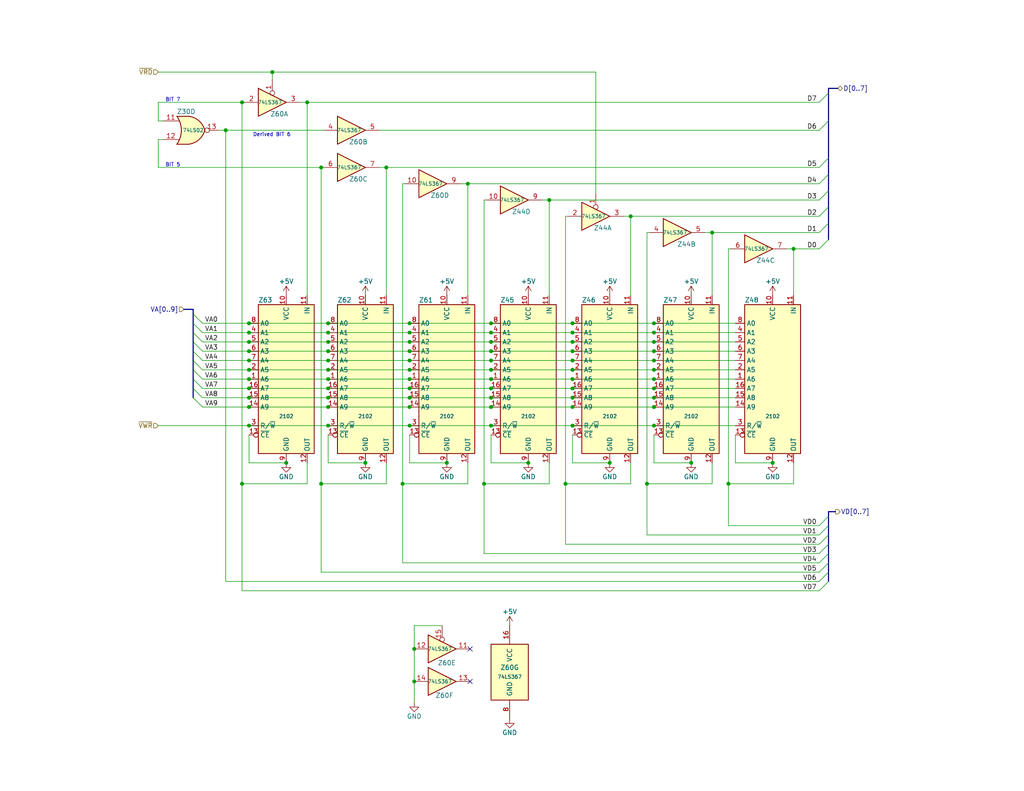
<source format=kicad_sch>
(kicad_sch (version 20231120) (generator "eeschema") (generator_version "8.0")
  (paper "USLetter")
  (title_block (title "TRS-80 Model I Rev A") (date "2024-11-20") (rev "E1A-A") (company "RetroStack - Marcel Erz") (comment 2 "Video RAM circuit with data-bus gating & bit-6 recovery") (comment 4 "Video RAM & Gating"))
  (lib_symbols
    (symbol "74xx:74LS02" (pin_names (offset 1.016))
      (property "Reference" "U" (at 0 1.27 0))
      (property "Value" "74LS02" (at 0 -1.27 0))
      (symbol "74LS02_1_1"
        (arc (start -3.81 -3.81) (mid -2.589 0) (end -3.81 3.81) (stroke (width 0.254)))
        (arc (start -0.6096 -3.81) (mid 2.1842 -2.5851) (end 3.81 0) (stroke (width 0.254)) (fill (type background)))
        (polyline (pts (xy -3.81 -3.81) (xy -0.635 -3.81)) (stroke (width 0.254)) (fill (type background)))
        (polyline (pts (xy -3.81 3.81) (xy -0.635 3.81)) (stroke (width 0.254)) (fill (type background)))
        (polyline (pts (xy -0.635 3.81) (xy -3.81 3.81) (xy -3.81 3.81) (xy -3.556 3.4036) (xy -3.0226 2.2606) (xy -2.6924 1.0414) (xy -2.6162 -0.254) (xy -2.7686 -1.4986) (xy -3.175 -2.7178) (xy -3.81 -3.81) (xy -3.81 -3.81) (xy -0.635 -3.81)) (stroke (width -25.4)) (fill (type background)))
        (arc (start 3.81 0) (mid 2.1915 2.5936) (end -0.6096 3.81) (stroke (width 0.254)) (fill (type background)))
        (pin output inverted (at 7.62 0 180) (length 3.81) (name "~") (number "1"))
        (pin input line (at -7.62 2.54 0) (length 4.318) (name "~") (number "2"))
        (pin input line (at -7.62 -2.54 0) (length 4.318) (name "~") (number "3"))
      )
      (symbol "74LS02_1_2"
        (arc (start 0 -3.81) (mid 3.7934 0) (end 0 3.81) (stroke (width 0.254)) (fill (type background)))
        (polyline (pts (xy 0 3.81) (xy -3.81 3.81) (xy -3.81 -3.81) (xy 0 -3.81)) (stroke (width 0.254)) (fill (type background)))
        (pin output line (at 7.62 0 180) (length 3.81) (name "~") (number "1"))
        (pin input inverted (at -7.62 2.54 0) (length 3.81) (name "~") (number "2"))
        (pin input inverted (at -7.62 -2.54 0) (length 3.81) (name "~") (number "3"))
      )
      (symbol "74LS02_2_1"
        (arc (start -3.81 -3.81) (mid -2.589 0) (end -3.81 3.81) (stroke (width 0.254)))
        (arc (start -0.6096 -3.81) (mid 2.1842 -2.5851) (end 3.81 0) (stroke (width 0.254)) (fill (type background)))
        (polyline (pts (xy -3.81 -3.81) (xy -0.635 -3.81)) (stroke (width 0.254)) (fill (type background)))
        (polyline (pts (xy -3.81 3.81) (xy -0.635 3.81)) (stroke (width 0.254)) (fill (type background)))
        (polyline (pts (xy -0.635 3.81) (xy -3.81 3.81) (xy -3.81 3.81) (xy -3.556 3.4036) (xy -3.0226 2.2606) (xy -2.6924 1.0414) (xy -2.6162 -0.254) (xy -2.7686 -1.4986) (xy -3.175 -2.7178) (xy -3.81 -3.81) (xy -3.81 -3.81) (xy -0.635 -3.81)) (stroke (width -25.4)) (fill (type background)))
        (arc (start 3.81 0) (mid 2.1915 2.5936) (end -0.6096 3.81) (stroke (width 0.254)) (fill (type background)))
        (pin output inverted (at 7.62 0 180) (length 3.81) (name "~") (number "4"))
        (pin input line (at -7.62 2.54 0) (length 4.318) (name "~") (number "5"))
        (pin input line (at -7.62 -2.54 0) (length 4.318) (name "~") (number "6"))
      )
      (symbol "74LS02_2_2"
        (arc (start 0 -3.81) (mid 3.7934 0) (end 0 3.81) (stroke (width 0.254)) (fill (type background)))
        (polyline (pts (xy 0 3.81) (xy -3.81 3.81) (xy -3.81 -3.81) (xy 0 -3.81)) (stroke (width 0.254)) (fill (type background)))
        (pin output line (at 7.62 0 180) (length 3.81) (name "~") (number "4"))
        (pin input inverted (at -7.62 2.54 0) (length 3.81) (name "~") (number "5"))
        (pin input inverted (at -7.62 -2.54 0) (length 3.81) (name "~") (number "6"))
      )
      (symbol "74LS02_3_1"
        (arc (start -3.81 -3.81) (mid -2.589 0) (end -3.81 3.81) (stroke (width 0.254)))
        (arc (start -0.6096 -3.81) (mid 2.1842 -2.5851) (end 3.81 0) (stroke (width 0.254)) (fill (type background)))
        (polyline (pts (xy -3.81 -3.81) (xy -0.635 -3.81)) (stroke (width 0.254)) (fill (type background)))
        (polyline (pts (xy -3.81 3.81) (xy -0.635 3.81)) (stroke (width 0.254)) (fill (type background)))
        (polyline (pts (xy -0.635 3.81) (xy -3.81 3.81) (xy -3.81 3.81) (xy -3.556 3.4036) (xy -3.0226 2.2606) (xy -2.6924 1.0414) (xy -2.6162 -0.254) (xy -2.7686 -1.4986) (xy -3.175 -2.7178) (xy -3.81 -3.81) (xy -3.81 -3.81) (xy -0.635 -3.81)) (stroke (width -25.4)) (fill (type background)))
        (arc (start 3.81 0) (mid 2.1915 2.5936) (end -0.6096 3.81) (stroke (width 0.254)) (fill (type background)))
        (pin output inverted (at 7.62 0 180) (length 3.81) (name "~") (number "10"))
        (pin input line (at -7.62 2.54 0) (length 4.318) (name "~") (number "8"))
        (pin input line (at -7.62 -2.54 0) (length 4.318) (name "~") (number "9"))
      )
      (symbol "74LS02_3_2"
        (arc (start 0 -3.81) (mid 3.7934 0) (end 0 3.81) (stroke (width 0.254)) (fill (type background)))
        (polyline (pts (xy 0 3.81) (xy -3.81 3.81) (xy -3.81 -3.81) (xy 0 -3.81)) (stroke (width 0.254)) (fill (type background)))
        (pin output line (at 7.62 0 180) (length 3.81) (name "~") (number "10"))
        (pin input inverted (at -7.62 2.54 0) (length 3.81) (name "~") (number "8"))
        (pin input inverted (at -7.62 -2.54 0) (length 3.81) (name "~") (number "9"))
      )
      (symbol "74LS02_4_1"
        (arc (start -3.81 -3.81) (mid -2.589 0) (end -3.81 3.81) (stroke (width 0.254)))
        (arc (start -0.6096 -3.81) (mid 2.1842 -2.5851) (end 3.81 0) (stroke (width 0.254)) (fill (type background)))
        (polyline (pts (xy -3.81 -3.81) (xy -0.635 -3.81)) (stroke (width 0.254)) (fill (type background)))
        (polyline (pts (xy -3.81 3.81) (xy -0.635 3.81)) (stroke (width 0.254)) (fill (type background)))
        (polyline (pts (xy -0.635 3.81) (xy -3.81 3.81) (xy -3.81 3.81) (xy -3.556 3.4036) (xy -3.0226 2.2606) (xy -2.6924 1.0414) (xy -2.6162 -0.254) (xy -2.7686 -1.4986) (xy -3.175 -2.7178) (xy -3.81 -3.81) (xy -3.81 -3.81) (xy -0.635 -3.81)) (stroke (width -25.4)) (fill (type background)))
        (arc (start 3.81 0) (mid 2.1915 2.5936) (end -0.6096 3.81) (stroke (width 0.254)) (fill (type background)))
        (pin input line (at -7.62 2.54 0) (length 4.318) (name "~") (number "11"))
        (pin input line (at -7.62 -2.54 0) (length 4.318) (name "~") (number "12"))
        (pin output inverted (at 7.62 0 180) (length 3.81) (name "~") (number "13"))
      )
      (symbol "74LS02_4_2"
        (arc (start 0 -3.81) (mid 3.7934 0) (end 0 3.81) (stroke (width 0.254)) (fill (type background)))
        (polyline (pts (xy 0 3.81) (xy -3.81 3.81) (xy -3.81 -3.81) (xy 0 -3.81)) (stroke (width 0.254)) (fill (type background)))
        (pin input inverted (at -7.62 2.54 0) (length 3.81) (name "~") (number "11"))
        (pin input inverted (at -7.62 -2.54 0) (length 3.81) (name "~") (number "12"))
        (pin output line (at 7.62 0 180) (length 3.81) (name "~") (number "13"))
      )
      (symbol "74LS02_5_0"
        (pin power_in line (at 0 12.7 270) (length 5.08) (name "VCC") (number "14"))
        (pin power_in line (at 0 -12.7 90) (length 5.08) (name "GND") (number "7"))
      )
      (symbol "74LS02_5_1"
        (rectangle (start -5.08 7.62) (end 5.08 -7.62) (stroke (width 0.254)) (fill (type background)))
      )
    )
    (symbol "RetroStackLibrary:74LS367_Split" (pin_names (offset 1.016))
      (property "Reference" "U" (at 0 1.27 0))
      (property "Value" "74LS367" (at 0 -1.27 0))
      (symbol "74LS367_Split_1_0"
        (polyline (pts (xy -3.81 3.81) (xy -3.81 -3.81) (xy 3.81 0) (xy -3.81 3.81)) (stroke (width 0.254)) (fill (type background)))
        (pin input inverted (at 0 6.35 270) (length 4.445) (name "~") (number "1"))
        (pin input line (at -7.62 0 0) (length 3.81) (name "~") (number "2"))
        (pin tri_state line (at 7.62 0 180) (length 3.81) (name "~") (number "3"))
      )
      (symbol "74LS367_Split_2_0"
        (polyline (pts (xy -3.81 3.81) (xy -3.81 -3.81) (xy 3.81 0) (xy -3.81 3.81)) (stroke (width 0.254)) (fill (type background)))
        (pin input line (at -7.62 0 0) (length 3.81) (name "~") (number "4"))
        (pin tri_state line (at 7.62 0 180) (length 3.81) (name "~") (number "5"))
      )
      (symbol "74LS367_Split_3_0"
        (polyline (pts (xy -3.81 3.81) (xy -3.81 -3.81) (xy 3.81 0) (xy -3.81 3.81)) (stroke (width 0.254)) (fill (type background)))
        (pin input line (at -7.62 0 0) (length 3.81) (name "~") (number "6"))
        (pin tri_state line (at 7.62 0 180) (length 3.81) (name "~") (number "7"))
      )
      (symbol "74LS367_Split_4_0"
        (polyline (pts (xy -3.81 3.81) (xy -3.81 -3.81) (xy 3.81 0) (xy -3.81 3.81)) (stroke (width 0.254)) (fill (type background)))
        (pin input line (at -7.62 0 0) (length 3.81) (name "~") (number "10"))
        (pin tri_state line (at 7.62 0 180) (length 3.81) (name "~") (number "9"))
      )
      (symbol "74LS367_Split_5_0"
        (polyline (pts (xy -3.175 -2.54) (xy -3.175 -10.16) (xy 4.445 -6.35) (xy -3.175 -2.54)) (stroke (width 0.254)) (fill (type background)))
        (pin tri_state line (at 8.255 -6.35 180) (length 3.81) (name "~") (number "11"))
        (pin input line (at -6.985 -6.35 0) (length 3.81) (name "~") (number "12"))
        (pin input inverted (at 0.635 0 270) (length 4.445) (name "~") (number "15"))
      )
      (symbol "74LS367_Split_6_0"
        (polyline (pts (xy -3.81 3.81) (xy -3.81 -3.81) (xy 3.81 0) (xy -3.81 3.81)) (stroke (width 0.254)) (fill (type background)))
        (pin tri_state line (at 7.62 0 180) (length 3.81) (name "~") (number "13"))
        (pin input line (at -7.62 0 0) (length 3.81) (name "~") (number "14"))
      )
      (symbol "74LS367_Split_7_0"
        (pin power_in line (at 0 1.905 270) (length 5.08) (name "VCC") (number "16"))
        (pin power_in line (at 0 -23.495 90) (length 5.08) (name "GND") (number "8"))
      )
      (symbol "74LS367_Split_7_1"
        (rectangle (start -5.08 -3.175) (end 5.08 -18.415) (stroke (width 0.254)) (fill (type background)))
      )
    )
    (symbol "RetroStackLibrary:SRAM_2102"
      (property "Reference" "U" (at 0 0 0))
      (property "Value" "SRAM_2102" (at 0 0 0))
      (property "Footprint" "Package_DIP:DIP-16_W7.62mm" (at 0 0 0))
      (symbol "SRAM_2102_1_1"
        (rectangle (start -7.62 -4.445) (end 7.62 -45.085) (stroke (width 0.254)) (fill (type background)))
        (pin input line (at -10.16 -24.765 0) (length 2.54) (name "A6") (number "1"))
        (pin power_in line (at 0 -1.905 270) (length 2.54) (name "VCC") (number "10"))
        (pin input line (at 5.715 -1.905 270) (length 2.54) (name "IN") (number "11"))
        (pin tri_state line (at 5.715 -47.625 90) (length 2.54) (name "OUT") (number "12"))
        (pin input inverted (at -10.16 -40.005 0) (length 2.54) (name "~{CE}") (number "13"))
        (pin input line (at -10.16 -32.385 0) (length 2.54) (name "A9") (number "14"))
        (pin input line (at -10.16 -29.845 0) (length 2.54) (name "A8") (number "15"))
        (pin input line (at -10.16 -27.305 0) (length 2.54) (name "A7") (number "16"))
        (pin input line (at -10.16 -22.225 0) (length 2.54) (name "A5") (number "2"))
        (pin input line (at -10.16 -37.465 0) (length 2.54) (name "R/~{W}") (number "3"))
        (pin input line (at -10.16 -12.065 0) (length 2.54) (name "A1") (number "4"))
        (pin input line (at -10.16 -14.605 0) (length 2.54) (name "A2") (number "5"))
        (pin input line (at -10.16 -17.145 0) (length 2.54) (name "A3") (number "6"))
        (pin input line (at -10.16 -19.685 0) (length 2.54) (name "A4") (number "7"))
        (pin input line (at -10.16 -9.525 0) (length 2.54) (name "A0") (number "8"))
        (pin power_in line (at 0 -47.625 90) (length 2.54) (name "GND") (number "9"))
      )
    )
    (symbol "power:+5V" (power) (pin_numbers hide) (pin_names (offset 0) hide)
      (property "Value" "+5V" (at 0 3.556 0))
      (symbol "+5V_0_1"
        (polyline (pts (xy -0.762 1.27) (xy 0 2.54)))
        (polyline (pts (xy 0 0) (xy 0 2.54)))
        (polyline (pts (xy 0 2.54) (xy 0.762 1.27)))
      )
      (symbol "+5V_1_1"
        (pin power_in line (at 0 0 90) (length 0) (name "~") (number "1"))
      )
    )
    (symbol "power:GND" (power) (pin_numbers hide) (pin_names (offset 0) hide)
      (property "Value" "GND" (at 0 -3.81 0))
      (symbol "GND_0_1"
        (polyline (pts (xy 0 0) (xy 0 -1.27) (xy 1.27 -1.27) (xy 0 -2.54) (xy -1.27 -1.27) (xy 0 -1.27)))
      )
      (symbol "GND_1_1"
        (pin power_in line (at 0 0 270) (length 0) (name "~") (number "1"))
      )
    )
  )
  (junction (at 156.21 116.205))
  (junction (at 111.76 93.345))
  (junction (at 133.985 98.425))
  (junction (at 216.535 67.945))
  (junction (at 89.535 93.345))
  (junction (at 156.21 88.265))
  (junction (at 121.92 126.365))
  (junction (at 132.08 132.08))
  (junction (at 156.21 90.805))
  (junction (at 67.945 103.505))
  (junction (at 89.535 106.045))
  (junction (at 78.105 126.365))
  (junction (at 67.945 88.265))
  (junction (at 111.76 100.965))
  (junction (at 133.985 106.045))
  (junction (at 149.86 54.61))
  (junction (at 89.535 103.505))
  (junction (at 99.695 126.365))
  (junction (at 156.21 95.885))
  (junction (at 87.63 45.72))
  (junction (at 178.435 93.345))
  (junction (at 111.76 103.505))
  (junction (at 109.855 132.08))
  (junction (at 188.595 126.365))
  (junction (at 67.945 106.045))
  (junction (at 67.945 108.585))
  (junction (at 89.535 98.425))
  (junction (at 83.82 27.94))
  (junction (at 178.435 116.205))
  (junction (at 210.82 126.365))
  (junction (at 156.21 108.585))
  (junction (at 89.535 88.265))
  (junction (at 133.985 108.585))
  (junction (at 105.41 45.72))
  (junction (at 133.985 95.885))
  (junction (at 89.535 100.965))
  (junction (at 89.535 108.585))
  (junction (at 176.53 132.08))
  (junction (at 154.305 132.08))
  (junction (at 89.535 116.205))
  (junction (at 178.435 95.885))
  (junction (at 178.435 98.425))
  (junction (at 178.435 103.505))
  (junction (at 144.145 126.365))
  (junction (at 111.76 90.805))
  (junction (at 111.76 108.585))
  (junction (at 66.04 132.08))
  (junction (at 111.76 116.205))
  (junction (at 133.985 116.205))
  (junction (at 89.535 95.885))
  (junction (at 113.03 177.165))
  (junction (at 61.595 35.56))
  (junction (at 133.985 93.345))
  (junction (at 133.985 100.965))
  (junction (at 156.21 111.125))
  (junction (at 89.535 111.125))
  (junction (at 111.76 111.125))
  (junction (at 74.295 19.685))
  (junction (at 156.21 103.505))
  (junction (at 89.535 90.805))
  (junction (at 113.03 186.055))
  (junction (at 67.945 93.345))
  (junction (at 133.985 88.265))
  (junction (at 67.945 100.965))
  (junction (at 127.635 50.165))
  (junction (at 156.21 106.045))
  (junction (at 111.76 95.885))
  (junction (at 133.985 111.125))
  (junction (at 67.945 98.425))
  (junction (at 156.21 98.425))
  (junction (at 178.435 111.125))
  (junction (at 156.21 100.965))
  (junction (at 67.945 111.125))
  (junction (at 111.76 88.265))
  (junction (at 67.945 90.805))
  (junction (at 67.945 95.885))
  (junction (at 178.435 108.585))
  (junction (at 156.21 93.345))
  (junction (at 198.755 132.08))
  (junction (at 178.435 100.965))
  (junction (at 194.31 63.5))
  (junction (at 67.945 116.205))
  (junction (at 87.63 132.08))
  (junction (at 111.76 106.045))
  (junction (at 178.435 90.805))
  (junction (at 178.435 106.045))
  (junction (at 133.985 90.805))
  (junction (at 133.985 103.505))
  (junction (at 172.085 59.055))
  (junction (at 66.04 27.94))
  (junction (at 166.37 126.365))
  (junction (at 111.76 98.425))
  (junction (at 178.435 88.265))
  (no_connect (at 128.27 186.055))
  (no_connect (at 128.27 177.165))
  (bus_entry (at 223.52 156.21) (size 2.54 -2.54))
  (bus_entry (at 55.245 95.885) (size -2.54 -2.54))
  (bus_entry (at 55.245 93.345) (size -2.54 -2.54))
  (bus_entry (at 55.245 103.505) (size -2.54 -2.54))
  (bus_entry (at 223.52 158.75) (size 2.54 -2.54))
  (bus_entry (at 55.245 90.805) (size -2.54 -2.54))
  (bus_entry (at 55.245 98.425) (size -2.54 -2.54))
  (bus_entry (at 223.52 67.945) (size 2.54 -2.54))
  (bus_entry (at 223.52 54.61) (size 2.54 -2.54))
  (bus_entry (at 55.245 88.265) (size -2.54 -2.54))
  (bus_entry (at 223.52 50.165) (size 2.54 -2.54))
  (bus_entry (at 223.52 153.67) (size 2.54 -2.54))
  (bus_entry (at 223.52 59.055) (size 2.54 -2.54))
  (bus_entry (at 223.52 148.59) (size 2.54 -2.54))
  (bus_entry (at 55.245 111.125) (size -2.54 -2.54))
  (bus_entry (at 223.52 143.51) (size 2.54 -2.54))
  (bus_entry (at 223.52 35.56) (size 2.54 -2.54))
  (bus_entry (at 223.52 151.13) (size 2.54 -2.54))
  (bus_entry (at 223.52 161.29) (size 2.54 -2.54))
  (bus_entry (at 223.52 63.5) (size 2.54 -2.54))
  (bus_entry (at 55.245 106.045) (size -2.54 -2.54))
  (bus_entry (at 223.52 146.05) (size 2.54 -2.54))
  (bus_entry (at 223.52 45.72) (size 2.54 -2.54))
  (bus_entry (at 223.52 27.94) (size 2.54 -2.54))
  (bus_entry (at 55.245 100.965) (size -2.54 -2.54))
  (bus_entry (at 55.245 108.585) (size -2.54 -2.54))
  (wire (pts (xy 67.945 95.885) (xy 89.535 95.885)))
  (wire (pts (xy 156.21 100.965) (xy 178.435 100.965)))
  (wire (pts (xy 198.755 67.945) (xy 199.39 67.945)))
  (wire (pts (xy 178.435 106.045) (xy 200.66 106.045)))
  (wire (pts (xy 44.45 33.02) (xy 43.18 33.02)))
  (wire (pts (xy 43.18 27.94) (xy 66.04 27.94)))
  (wire (pts (xy 67.945 116.205) (xy 89.535 116.205)))
  (wire (pts (xy 66.04 161.29) (xy 223.52 161.29)))
  (wire (pts (xy 133.985 126.365) (xy 144.145 126.365)))
  (wire (pts (xy 133.985 116.205) (xy 156.21 116.205)))
  (wire (pts (xy 113.03 177.165) (xy 113.03 186.055)))
  (wire (pts (xy 178.435 100.965) (xy 200.66 100.965)))
  (wire (pts (xy 200.66 126.365) (xy 210.82 126.365)))
  (wire (pts (xy 113.03 170.815) (xy 113.03 177.165)))
  (wire (pts (xy 178.435 116.205) (xy 200.66 116.205)))
  (wire (pts (xy 149.86 54.61) (xy 223.52 54.61)))
  (wire (pts (xy 127.635 50.165) (xy 223.52 50.165)))
  (wire (pts (xy 127.635 132.08) (xy 109.855 132.08)))
  (bus (pts (xy 226.06 143.51) (xy 226.06 140.97)))
  (wire (pts (xy 109.855 153.67) (xy 223.52 153.67)))
  (wire (pts (xy 87.63 156.21) (xy 223.52 156.21)))
  (wire (pts (xy 132.08 132.08) (xy 132.08 151.13)))
  (bus (pts (xy 226.06 139.7) (xy 227.965 139.7)))
  (wire (pts (xy 43.18 19.685) (xy 74.295 19.685)))
  (wire (pts (xy 176.53 63.5) (xy 176.53 132.08)))
  (wire (pts (xy 83.82 27.94) (xy 223.52 27.94)))
  (wire (pts (xy 156.21 111.125) (xy 178.435 111.125)))
  (wire (pts (xy 172.085 59.055) (xy 223.52 59.055)))
  (wire (pts (xy 214.63 67.945) (xy 216.535 67.945)))
  (wire (pts (xy 105.41 132.08) (xy 87.63 132.08)))
  (wire (pts (xy 132.08 54.61) (xy 132.08 132.08)))
  (bus (pts (xy 226.06 47.625) (xy 226.06 43.18)))
  (wire (pts (xy 111.76 95.885) (xy 133.985 95.885)))
  (wire (pts (xy 176.53 146.05) (xy 223.52 146.05)))
  (wire (pts (xy 194.31 132.08) (xy 176.53 132.08)))
  (wire (pts (xy 55.245 106.045) (xy 67.945 106.045)))
  (wire (pts (xy 192.405 63.5) (xy 194.31 63.5)))
  (wire (pts (xy 149.86 54.61) (xy 149.86 80.645)))
  (wire (pts (xy 132.08 54.61) (xy 132.715 54.61)))
  (wire (pts (xy 67.945 108.585) (xy 89.535 108.585)))
  (wire (pts (xy 61.595 35.56) (xy 61.595 158.75)))
  (wire (pts (xy 67.945 93.345) (xy 89.535 93.345)))
  (wire (pts (xy 43.18 38.1) (xy 43.18 45.72)))
  (wire (pts (xy 133.985 118.745) (xy 133.985 126.365)))
  (wire (pts (xy 89.535 90.805) (xy 111.76 90.805)))
  (wire (pts (xy 43.18 116.205) (xy 67.945 116.205)))
  (wire (pts (xy 156.21 95.885) (xy 178.435 95.885)))
  (wire (pts (xy 156.21 116.205) (xy 178.435 116.205)))
  (wire (pts (xy 156.21 88.265) (xy 178.435 88.265)))
  (wire (pts (xy 109.855 132.08) (xy 109.855 153.67)))
  (bus (pts (xy 52.705 93.345) (xy 52.705 90.805)))
  (wire (pts (xy 89.535 88.265) (xy 111.76 88.265)))
  (bus (pts (xy 226.06 24.13) (xy 228.6 24.13)))
  (wire (pts (xy 55.245 103.505) (xy 67.945 103.505)))
  (wire (pts (xy 111.76 103.505) (xy 133.985 103.505)))
  (wire (pts (xy 172.085 59.055) (xy 172.085 80.645)))
  (wire (pts (xy 178.435 90.805) (xy 200.66 90.805)))
  (wire (pts (xy 133.985 90.805) (xy 156.21 90.805)))
  (wire (pts (xy 103.505 45.72) (xy 105.41 45.72)))
  (wire (pts (xy 111.76 98.425) (xy 133.985 98.425)))
  (wire (pts (xy 111.76 100.965) (xy 133.985 100.965)))
  (wire (pts (xy 55.245 95.885) (xy 67.945 95.885)))
  (wire (pts (xy 105.41 45.72) (xy 223.52 45.72)))
  (wire (pts (xy 109.855 50.165) (xy 109.855 132.08)))
  (wire (pts (xy 74.295 21.59) (xy 74.295 19.685)))
  (wire (pts (xy 55.245 98.425) (xy 67.945 98.425)))
  (bus (pts (xy 50.165 84.455) (xy 52.705 84.455)))
  (wire (pts (xy 89.535 98.425) (xy 111.76 98.425)))
  (wire (pts (xy 111.76 90.805) (xy 133.985 90.805)))
  (wire (pts (xy 89.535 100.965) (xy 111.76 100.965)))
  (wire (pts (xy 55.245 111.125) (xy 67.945 111.125)))
  (wire (pts (xy 156.21 93.345) (xy 178.435 93.345)))
  (wire (pts (xy 156.21 90.805) (xy 178.435 90.805)))
  (bus (pts (xy 226.06 143.51) (xy 226.06 146.05)))
  (wire (pts (xy 55.245 100.965) (xy 67.945 100.965)))
  (bus (pts (xy 52.705 100.965) (xy 52.705 98.425)))
  (wire (pts (xy 111.76 93.345) (xy 133.985 93.345)))
  (wire (pts (xy 156.21 106.045) (xy 178.435 106.045)))
  (wire (pts (xy 170.18 59.055) (xy 172.085 59.055)))
  (wire (pts (xy 87.63 45.72) (xy 87.63 132.08)))
  (wire (pts (xy 120.65 170.815) (xy 113.03 170.815)))
  (wire (pts (xy 43.18 33.02) (xy 43.18 27.94)))
  (wire (pts (xy 162.56 19.685) (xy 74.295 19.685)))
  (wire (pts (xy 67.945 88.265) (xy 89.535 88.265)))
  (wire (pts (xy 133.985 108.585) (xy 156.21 108.585)))
  (wire (pts (xy 89.535 116.205) (xy 111.76 116.205)))
  (wire (pts (xy 198.755 67.945) (xy 198.755 132.08)))
  (wire (pts (xy 67.945 103.505) (xy 89.535 103.505)))
  (wire (pts (xy 132.08 151.13) (xy 223.52 151.13)))
  (wire (pts (xy 103.505 35.56) (xy 223.52 35.56)))
  (wire (pts (xy 89.535 103.505) (xy 111.76 103.505)))
  (wire (pts (xy 89.535 95.885) (xy 111.76 95.885)))
  (wire (pts (xy 67.945 111.125) (xy 89.535 111.125)))
  (wire (pts (xy 133.985 88.265) (xy 156.21 88.265)))
  (wire (pts (xy 89.535 126.365) (xy 99.695 126.365)))
  (wire (pts (xy 83.82 132.08) (xy 66.04 132.08)))
  (bus (pts (xy 226.06 151.13) (xy 226.06 148.59)))
  (wire (pts (xy 109.855 50.165) (xy 110.49 50.165)))
  (wire (pts (xy 111.76 126.365) (xy 121.92 126.365)))
  (wire (pts (xy 127.635 50.165) (xy 127.635 80.645)))
  (wire (pts (xy 178.435 98.425) (xy 200.66 98.425)))
  (bus (pts (xy 52.705 88.265) (xy 52.705 85.725)))
  (wire (pts (xy 178.435 111.125) (xy 200.66 111.125)))
  (wire (pts (xy 55.245 93.345) (xy 67.945 93.345)))
  (wire (pts (xy 149.86 126.365) (xy 149.86 132.08)))
  (wire (pts (xy 44.45 38.1) (xy 43.18 38.1)))
  (wire (pts (xy 156.21 108.585) (xy 178.435 108.585)))
  (wire (pts (xy 67.945 100.965) (xy 89.535 100.965)))
  (wire (pts (xy 87.63 132.08) (xy 87.63 156.21)))
  (wire (pts (xy 176.53 63.5) (xy 177.165 63.5)))
  (bus (pts (xy 52.705 95.885) (xy 52.705 93.345)))
  (bus (pts (xy 226.06 158.75) (xy 226.06 156.21)))
  (wire (pts (xy 147.955 54.61) (xy 149.86 54.61)))
  (bus (pts (xy 226.06 56.515) (xy 226.06 52.07)))
  (wire (pts (xy 194.31 63.5) (xy 194.31 80.645)))
  (wire (pts (xy 111.76 106.045) (xy 133.985 106.045)))
  (wire (pts (xy 105.41 126.365) (xy 105.41 132.08)))
  (bus (pts (xy 226.06 153.67) (xy 226.06 151.13)))
  (wire (pts (xy 61.595 158.75) (xy 223.52 158.75)))
  (bus (pts (xy 226.06 43.18) (xy 226.06 33.02)))
  (wire (pts (xy 111.76 118.745) (xy 111.76 126.365)))
  (wire (pts (xy 66.04 132.08) (xy 66.04 161.29)))
  (wire (pts (xy 67.945 98.425) (xy 89.535 98.425)))
  (wire (pts (xy 111.76 111.125) (xy 133.985 111.125)))
  (wire (pts (xy 67.945 118.745) (xy 67.945 126.365)))
  (wire (pts (xy 67.945 90.805) (xy 89.535 90.805)))
  (wire (pts (xy 87.63 45.72) (xy 88.265 45.72)))
  (wire (pts (xy 89.535 108.585) (xy 111.76 108.585)))
  (wire (pts (xy 111.76 108.585) (xy 133.985 108.585)))
  (wire (pts (xy 89.535 111.125) (xy 111.76 111.125)))
  (wire (pts (xy 127.635 126.365) (xy 127.635 132.08)))
  (bus (pts (xy 52.705 108.585) (xy 52.705 106.045)))
  (wire (pts (xy 198.755 143.51) (xy 223.52 143.51)))
  (wire (pts (xy 198.755 132.08) (xy 198.755 143.51)))
  (wire (pts (xy 55.245 88.265) (xy 67.945 88.265)))
  (bus (pts (xy 226.06 52.07) (xy 226.06 47.625)))
  (wire (pts (xy 67.945 126.365) (xy 78.105 126.365)))
  (wire (pts (xy 156.21 98.425) (xy 178.435 98.425)))
  (wire (pts (xy 154.305 148.59) (xy 223.52 148.59)))
  (bus (pts (xy 226.06 156.21) (xy 226.06 153.67)))
  (wire (pts (xy 178.435 95.885) (xy 200.66 95.885)))
  (wire (pts (xy 172.085 126.365) (xy 172.085 132.08)))
  (wire (pts (xy 61.595 35.56) (xy 88.265 35.56)))
  (bus (pts (xy 52.705 90.805) (xy 52.705 88.265)))
  (bus (pts (xy 52.705 106.045) (xy 52.705 103.505)))
  (wire (pts (xy 194.31 63.5) (xy 223.52 63.5)))
  (wire (pts (xy 59.69 35.56) (xy 61.595 35.56)))
  (wire (pts (xy 133.985 103.505) (xy 156.21 103.505)))
  (wire (pts (xy 89.535 106.045) (xy 111.76 106.045)))
  (wire (pts (xy 156.21 103.505) (xy 178.435 103.505)))
  (wire (pts (xy 67.945 106.045) (xy 89.535 106.045)))
  (wire (pts (xy 149.86 132.08) (xy 132.08 132.08)))
  (wire (pts (xy 111.76 88.265) (xy 133.985 88.265)))
  (wire (pts (xy 178.435 108.585) (xy 200.66 108.585)))
  (wire (pts (xy 178.435 118.745) (xy 178.435 126.365)))
  (wire (pts (xy 133.985 100.965) (xy 156.21 100.965)))
  (wire (pts (xy 178.435 103.505) (xy 200.66 103.505)))
  (wire (pts (xy 89.535 118.745) (xy 89.535 126.365)))
  (wire (pts (xy 89.535 93.345) (xy 111.76 93.345)))
  (wire (pts (xy 216.535 126.365) (xy 216.535 132.08)))
  (wire (pts (xy 125.73 50.165) (xy 127.635 50.165)))
  (wire (pts (xy 154.305 132.08) (xy 154.305 148.59)))
  (wire (pts (xy 216.535 67.945) (xy 216.535 80.645)))
  (wire (pts (xy 111.76 116.205) (xy 133.985 116.205)))
  (bus (pts (xy 226.06 25.4) (xy 226.06 24.13)))
  (wire (pts (xy 66.04 27.94) (xy 66.675 27.94)))
  (wire (pts (xy 216.535 67.945) (xy 223.52 67.945)))
  (wire (pts (xy 133.985 111.125) (xy 156.21 111.125)))
  (wire (pts (xy 178.435 88.265) (xy 200.66 88.265)))
  (wire (pts (xy 172.085 132.08) (xy 154.305 132.08)))
  (wire (pts (xy 156.21 126.365) (xy 166.37 126.365)))
  (bus (pts (xy 226.06 65.405) (xy 226.06 60.96)))
  (wire (pts (xy 162.56 52.705) (xy 162.56 19.685)))
  (wire (pts (xy 178.435 126.365) (xy 188.595 126.365)))
  (wire (pts (xy 43.18 45.72) (xy 87.63 45.72)))
  (wire (pts (xy 154.305 59.055) (xy 154.305 132.08)))
  (wire (pts (xy 83.82 126.365) (xy 83.82 132.08)))
  (wire (pts (xy 55.245 90.805) (xy 67.945 90.805)))
  (bus (pts (xy 226.06 33.02) (xy 226.06 25.4)))
  (wire (pts (xy 133.985 93.345) (xy 156.21 93.345)))
  (wire (pts (xy 133.985 98.425) (xy 156.21 98.425)))
  (bus (pts (xy 52.705 103.505) (xy 52.705 100.965)))
  (wire (pts (xy 154.305 59.055) (xy 154.94 59.055)))
  (wire (pts (xy 200.66 118.745) (xy 200.66 126.365)))
  (wire (pts (xy 178.435 93.345) (xy 200.66 93.345)))
  (wire (pts (xy 105.41 45.72) (xy 105.41 80.645)))
  (bus (pts (xy 226.06 60.96) (xy 226.06 56.515)))
  (wire (pts (xy 176.53 132.08) (xy 176.53 146.05)))
  (wire (pts (xy 216.535 132.08) (xy 198.755 132.08)))
  (wire (pts (xy 66.04 27.94) (xy 66.04 132.08)))
  (bus (pts (xy 226.06 148.59) (xy 226.06 146.05)))
  (wire (pts (xy 83.82 27.94) (xy 83.82 80.645)))
  (wire (pts (xy 194.31 126.365) (xy 194.31 132.08)))
  (wire (pts (xy 133.985 106.045) (xy 156.21 106.045)))
  (bus (pts (xy 52.705 98.425) (xy 52.705 95.885)))
  (wire (pts (xy 113.03 186.055) (xy 113.03 191.77)))
  (wire (pts (xy 55.245 108.585) (xy 67.945 108.585)))
  (wire (pts (xy 81.915 27.94) (xy 83.82 27.94)))
  (bus (pts (xy 226.06 139.7) (xy 226.06 140.97)))
  (wire (pts (xy 156.21 118.745) (xy 156.21 126.365)))
  (bus (pts (xy 52.705 85.725) (xy 52.705 84.455)))
  (wire (pts (xy 133.985 95.885) (xy 156.21 95.885)))
  (text "Derived BIT 6" (at 79.375 37.465 0) (effects (font (size 1 1)) (justify right bottom)))
  (text "BIT 5" (at 45.085 45.72 0) (effects (font (size 1 1)) (justify left bottom)))
  (text "BIT 7" (at 45.085 27.94 0) (effects (font (size 1 1)) (justify left bottom)))
  (label "D1" (at 222.885 63.5 180))
  (label "VA2" (at 55.88 93.345 0))
  (label "D2" (at 222.885 59.055 180))
  (label "VA5" (at 55.88 100.965 0))
  (label "D3" (at 222.885 54.61 180))
  (label "D0" (at 222.885 67.945 180))
  (label "VA9" (at 55.88 111.125 0))
  (label "D5" (at 222.885 45.72 180))
  (label "VA4" (at 55.88 98.425 0))
  (label "VA1" (at 55.88 90.805 0))
  (label "VD5" (at 219.075 156.21 0))
  (label "D4" (at 222.885 50.165 180))
  (label "VD0" (at 219.075 143.51 0))
  (label "VD1" (at 219.075 146.05 0))
  (label "VA7" (at 55.88 106.045 0))
  (label "D6" (at 222.885 35.56 180))
  (label "VA3" (at 55.88 95.885 0))
  (label "VD2" (at 219.075 148.59 0))
  (label "VD3" (at 219.075 151.13 0))
  (label "VD4" (at 219.075 153.67 0))
  (label "VA6" (at 55.88 103.505 0))
  (label "D7" (at 222.885 27.94 180))
  (label "VA8" (at 55.88 108.585 0))
  (label "VA0" (at 55.88 88.265 0))
  (label "VD6" (at 219.075 158.75 0))
  (label "VD7" (at 219.075 161.29 0))
  (hierarchical_label "~{VWR}" (shape input) (at 43.18 116.205 180))
  (hierarchical_label "D[0..7]" (shape bidirectional) (at 228.6 24.13 0))
  (hierarchical_label "VA[0..9]" (shape input) (at 50.165 84.455 180))
  (hierarchical_label "~{VRD}" (shape input) (at 43.18 19.685 180))
  (hierarchical_label "VD[0..7]" (shape output) (at 227.965 139.7 0))
  (symbol (lib_id "74xx:74LS02") (at 52.07 35.56 0) (unit 4)
    (property "Reference" "Z30" (at 50.8 30.48 0))
    (property "Value" "74LS02" (at 52.705 35.56 0) (effects (font (size 1 1))))
    (property "Footprint" "RetroStackLibrary:TRS80_Model_I_DIP14" (effects (hide yes)))
    (property "Datasheet" "http://www.ti.com/lit/gpn/sn74ls02" (effects (hide yes)))
  )
  (symbol (lib_id "RetroStackLibrary:74LS367_Split") (at 120.65 186.055 0) (unit 6)
    (property "Reference" "Z60" (at 121.285 189.865 0))
    (property "Value" "74LS367" (at 120.015 186.055 0) (effects (font (size 1 1))))
    (property "Footprint" "RetroStackLibrary:TRS80_Model_I_DIP16" (effects (hide yes)))
    (property "Datasheet" "https://www.ti.com/lit/ds/symlink/sn74ls367a.pdf" (effects (hide yes)))
  )
  (symbol (lib_id "RetroStackLibrary:74LS367_Split") (at 120.015 170.815 0) (unit 5)
    (property "Reference" "Z60" (at 121.92 180.975 0))
    (property "Value" "74LS367" (at 120.015 177.165 0) (effects (font (size 1 1))))
    (property "Footprint" "RetroStackLibrary:TRS80_Model_I_DIP16" (effects (hide yes)))
    (property "Datasheet" "https://www.ti.com/lit/ds/symlink/sn74ls367a.pdf" (effects (hide yes)))
  )
  (symbol (lib_id "power:+5V") (at 166.37 80.645 0) (unit 1)
    (property "Reference" "#PWR025" (effects (hide yes)))
    (property "Value" "+5V" (at 166.37 76.835 0))
    (property "Description" "Power symbol creates a global label with name \"+5V\"" (effects (hide yes)))
  )
  (symbol (lib_id "RetroStackLibrary:74LS367_Split") (at 140.335 54.61 0) (unit 4)
    (property "Reference" "Z44" (at 142.24 57.785 0))
    (property "Value" "74LS367" (at 139.7 54.61 0) (effects (font (size 1 1))))
    (property "Footprint" "RetroStackLibrary:TRS80_Model_I_DIP16" (effects (hide yes)))
    (property "Datasheet" "https://www.ti.com/lit/ds/symlink/sn74ls367a.pdf" (effects (hide yes)))
  )
  (symbol (lib_id "power:GND") (at 210.82 126.365 0) (unit 1)
    (property "Reference" "#PWR039" (effects (hide yes)))
    (property "Value" "GND" (at 210.82 130.175 0))
    (property "Description" "Power symbol creates a global label with name \"GND\" , ground" (effects (hide yes)))
  )
  (symbol (lib_id "power:GND") (at 113.03 191.77 0) (unit 1)
    (property "Reference" "#PWR0205" (effects (hide yes)))
    (property "Value" "GND" (at 113.03 195.58 0))
    (property "Description" "Power symbol creates a global label with name \"GND\" , ground" (effects (hide yes)))
  )
  (symbol (lib_id "RetroStackLibrary:SRAM_2102") (at 210.82 78.74 0) (unit 1)
    (property "Reference" "Z48" (at 203.2 81.915 0) (effects (justify left)))
    (property "Value" "2102" (at 210.82 113.665 0) (effects (font (size 1 1))))
    (property "Footprint" "RetroStackLibrary:TRS80_Model_I_DIP16" (effects (hide yes)))
    (property "Datasheet" "https://www.nteinc.com/specs/2100to2199/pdf/nte2102.pdf" (effects (hide yes)))
  )
  (symbol (lib_id "power:GND") (at 166.37 126.365 0) (unit 1)
    (property "Reference" "#PWR026" (effects (hide yes)))
    (property "Value" "GND" (at 166.37 130.175 0))
    (property "Description" "Power symbol creates a global label with name \"GND\" , ground" (effects (hide yes)))
  )
  (symbol (lib_id "RetroStackLibrary:74LS367_Split") (at 162.56 59.055 0) (unit 1)
    (property "Reference" "Z44" (at 164.465 62.23 0))
    (property "Value" "74LS367" (at 161.925 59.055 0) (effects (font (size 1 1))))
    (property "Footprint" "RetroStackLibrary:TRS80_Model_I_DIP16" (effects (hide yes)))
    (property "Datasheet" "https://www.ti.com/lit/ds/symlink/sn74ls367a.pdf" (effects (hide yes)))
  )
  (symbol (lib_id "RetroStackLibrary:SRAM_2102") (at 78.105 78.74 0) (unit 1)
    (property "Reference" "Z63" (at 70.485 81.915 0) (effects (justify left)))
    (property "Value" "2102" (at 78.105 113.665 0) (effects (font (size 1 1))))
    (property "Footprint" "RetroStackLibrary:TRS80_Model_I_DIP16" (effects (hide yes)))
    (property "Datasheet" "https://www.nteinc.com/specs/2100to2199/pdf/nte2102.pdf" (effects (hide yes)))
  )
  (symbol (lib_id "RetroStackLibrary:74LS367_Split") (at 139.065 172.72 0) (unit 7)
    (property "Reference" "Z60" (at 139.065 182.245 0))
    (property "Value" "74LS367" (at 139.065 184.785 0) (effects (font (size 1 1))))
    (property "Footprint" "RetroStackLibrary:TRS80_Model_I_DIP16" (effects (hide yes)))
    (property "Datasheet" "https://www.ti.com/lit/ds/symlink/sn74ls367a.pdf" (effects (hide yes)))
  )
  (symbol (lib_id "RetroStackLibrary:74LS367_Split") (at 118.11 50.165 0) (unit 4)
    (property "Reference" "Z60" (at 120.015 53.34 0))
    (property "Value" "74LS367" (at 117.475 50.165 0) (effects (font (size 1 1))))
    (property "Footprint" "RetroStackLibrary:TRS80_Model_I_DIP16" (effects (hide yes)))
    (property "Datasheet" "https://www.ti.com/lit/ds/symlink/sn74ls367a.pdf" (effects (hide yes)))
  )
  (symbol (lib_id "power:+5V") (at 121.92 80.645 0) (unit 1)
    (property "Reference" "#PWR021" (effects (hide yes)))
    (property "Value" "+5V" (at 121.92 76.835 0))
    (property "Description" "Power symbol creates a global label with name \"+5V\"" (effects (hide yes)))
  )
  (symbol (lib_id "RetroStackLibrary:74LS367_Split") (at 207.01 67.945 0) (unit 3)
    (property "Reference" "Z44" (at 208.915 71.12 0))
    (property "Value" "74LS367" (at 206.375 67.945 0) (effects (font (size 1 1))))
    (property "Footprint" "RetroStackLibrary:TRS80_Model_I_DIP16" (effects (hide yes)))
    (property "Datasheet" "https://www.ti.com/lit/ds/symlink/sn74ls367a.pdf" (effects (hide yes)))
  )
  (symbol (lib_id "power:+5V") (at 78.105 80.645 0) (unit 1)
    (property "Reference" "#PWR01" (effects (hide yes)))
    (property "Value" "+5V" (at 78.105 76.835 0))
    (property "Description" "Power symbol creates a global label with name \"+5V\"" (effects (hide yes)))
  )
  (symbol (lib_id "RetroStackLibrary:74LS367_Split") (at 95.885 45.72 0) (unit 3)
    (property "Reference" "Z60" (at 97.79 48.895 0))
    (property "Value" "74LS367" (at 95.25 45.72 0) (effects (font (size 1 1))))
    (property "Footprint" "RetroStackLibrary:TRS80_Model_I_DIP16" (effects (hide yes)))
    (property "Datasheet" "https://www.ti.com/lit/ds/symlink/sn74ls367a.pdf" (effects (hide yes)))
  )
  (symbol (lib_id "power:GND") (at 99.695 126.365 0) (unit 1)
    (property "Reference" "#PWR04" (effects (hide yes)))
    (property "Value" "GND" (at 99.695 130.175 0))
    (property "Description" "Power symbol creates a global label with name \"GND\" , ground" (effects (hide yes)))
  )
  (symbol (lib_id "power:+5V") (at 188.595 80.645 0) (unit 1)
    (property "Reference" "#PWR027" (effects (hide yes)))
    (property "Value" "+5V" (at 188.595 76.835 0))
    (property "Description" "Power symbol creates a global label with name \"+5V\"" (effects (hide yes)))
  )
  (symbol (lib_id "RetroStackLibrary:74LS367_Split") (at 95.885 35.56 0) (unit 2)
    (property "Reference" "Z60" (at 97.79 38.735 0))
    (property "Value" "74LS367" (at 95.25 35.56 0) (effects (font (size 1 1))))
    (property "Footprint" "RetroStackLibrary:TRS80_Model_I_DIP16" (effects (hide yes)))
    (property "Datasheet" "https://www.ti.com/lit/ds/symlink/sn74ls367a.pdf" (effects (hide yes)))
  )
  (symbol (lib_id "RetroStackLibrary:SRAM_2102") (at 121.92 78.74 0) (unit 1)
    (property "Reference" "Z61" (at 114.3 81.915 0) (effects (justify left)))
    (property "Value" "2102" (at 121.92 113.665 0) (effects (font (size 1 1))))
    (property "Footprint" "RetroStackLibrary:TRS80_Model_I_DIP16" (effects (hide yes)))
    (property "Datasheet" "https://www.nteinc.com/specs/2100to2199/pdf/nte2102.pdf" (effects (hide yes)))
  )
  (symbol (lib_id "power:GND") (at 121.92 126.365 0) (unit 1)
    (property "Reference" "#PWR022" (effects (hide yes)))
    (property "Value" "GND" (at 121.92 130.175 0))
    (property "Description" "Power symbol creates a global label with name \"GND\" , ground" (effects (hide yes)))
  )
  (symbol (lib_id "power:+5V") (at 210.82 80.645 0) (unit 1)
    (property "Reference" "#PWR029" (effects (hide yes)))
    (property "Value" "+5V" (at 210.82 76.835 0))
    (property "Description" "Power symbol creates a global label with name \"+5V\"" (effects (hide yes)))
  )
  (symbol (lib_id "RetroStackLibrary:74LS367_Split") (at 74.295 27.94 0) (unit 1)
    (property "Reference" "Z60" (at 76.2 31.115 0))
    (property "Value" "74LS367" (at 73.66 27.94 0) (effects (font (size 1 1))))
    (property "Footprint" "RetroStackLibrary:TRS80_Model_I_DIP16" (effects (hide yes)))
    (property "Datasheet" "https://www.ti.com/lit/ds/symlink/sn74ls367a.pdf" (effects (hide yes)))
  )
  (symbol (lib_id "power:GND") (at 139.065 196.215 0) (unit 1)
    (property "Reference" "#PWR0198" (effects (hide yes)))
    (property "Value" "GND" (at 139.065 200.025 0))
    (property "Description" "Power symbol creates a global label with name \"GND\" , ground" (effects (hide yes)))
  )
  (symbol (lib_id "power:GND") (at 188.595 126.365 0) (unit 1)
    (property "Reference" "#PWR028" (effects (hide yes)))
    (property "Value" "GND" (at 188.595 130.175 0))
    (property "Description" "Power symbol creates a global label with name \"GND\" , ground" (effects (hide yes)))
  )
  (symbol (lib_id "RetroStackLibrary:SRAM_2102") (at 99.695 78.74 0) (unit 1)
    (property "Reference" "Z62" (at 92.075 81.915 0) (effects (justify left)))
    (property "Value" "2102" (at 99.695 113.665 0) (effects (font (size 1 1))))
    (property "Footprint" "RetroStackLibrary:TRS80_Model_I_DIP16" (effects (hide yes)))
    (property "Datasheet" "https://www.nteinc.com/specs/2100to2199/pdf/nte2102.pdf" (effects (hide yes)))
  )
  (symbol (lib_id "RetroStackLibrary:SRAM_2102") (at 144.145 78.74 0) (unit 1)
    (property "Reference" "Z45" (at 136.525 81.915 0) (effects (justify left)))
    (property "Value" "2102" (at 144.145 113.665 0) (effects (font (size 1 1))))
    (property "Footprint" "RetroStackLibrary:TRS80_Model_I_DIP16" (effects (hide yes)))
    (property "Datasheet" "https://www.nteinc.com/specs/2100to2199/pdf/nte2102.pdf" (effects (hide yes)))
  )
  (symbol (lib_id "power:+5V") (at 139.065 170.815 0) (unit 1)
    (property "Reference" "#PWR0197" (effects (hide yes)))
    (property "Value" "+5V" (at 139.065 167.005 0))
    (property "Description" "Power symbol creates a global label with name \"+5V\"" (effects (hide yes)))
  )
  (symbol (lib_id "RetroStackLibrary:SRAM_2102") (at 166.37 78.74 0) (unit 1)
    (property "Reference" "Z46" (at 158.75 81.915 0) (effects (justify left)))
    (property "Value" "2102" (at 166.37 113.665 0) (effects (font (size 1 1))))
    (property "Footprint" "RetroStackLibrary:TRS80_Model_I_DIP16" (effects (hide yes)))
    (property "Datasheet" "https://www.nteinc.com/specs/2100to2199/pdf/nte2102.pdf" (effects (hide yes)))
  )
  (symbol (lib_id "power:+5V") (at 99.695 80.645 0) (unit 1)
    (property "Reference" "#PWR03" (effects (hide yes)))
    (property "Value" "+5V" (at 99.695 76.835 0))
    (property "Description" "Power symbol creates a global label with name \"+5V\"" (effects (hide yes)))
  )
  (symbol (lib_id "power:+5V") (at 144.145 80.645 0) (unit 1)
    (property "Reference" "#PWR023" (effects (hide yes)))
    (property "Value" "+5V" (at 144.145 76.835 0))
    (property "Description" "Power symbol creates a global label with name \"+5V\"" (effects (hide yes)))
  )
  (symbol (lib_id "power:GND") (at 144.145 126.365 0) (unit 1)
    (property "Reference" "#PWR024" (effects (hide yes)))
    (property "Value" "GND" (at 144.145 130.175 0))
    (property "Description" "Power symbol creates a global label with name \"GND\" , ground" (effects (hide yes)))
  )
  (symbol (lib_id "RetroStackLibrary:74LS367_Split") (at 184.785 63.5 0) (unit 2)
    (property "Reference" "Z44" (at 187.325 66.675 0))
    (property "Value" "74LS367" (at 184.15 63.5 0) (effects (font (size 1 1))))
    (property "Footprint" "RetroStackLibrary:TRS80_Model_I_DIP16" (effects (hide yes)))
    (property "Datasheet" "https://www.ti.com/lit/ds/symlink/sn74ls367a.pdf" (effects (hide yes)))
  )
  (symbol (lib_id "power:GND") (at 78.105 126.365 0) (unit 1)
    (property "Reference" "#PWR02" (effects (hide yes)))
    (property "Value" "GND" (at 78.105 130.175 0))
    (property "Description" "Power symbol creates a global label with name \"GND\" , ground" (effects (hide yes)))
  )
  (symbol (lib_id "RetroStackLibrary:SRAM_2102") (at 188.595 78.74 0) (unit 1)
    (property "Reference" "Z47" (at 180.975 81.915 0) (effects (justify left)))
    (property "Value" "2102" (at 188.595 113.665 0) (effects (font (size 1 1))))
    (property "Footprint" "RetroStackLibrary:TRS80_Model_I_DIP16" (effects (hide yes)))
    (property "Datasheet" "https://www.nteinc.com/specs/2100to2199/pdf/nte2102.pdf" (effects (hide yes)))
  )
)
</source>
